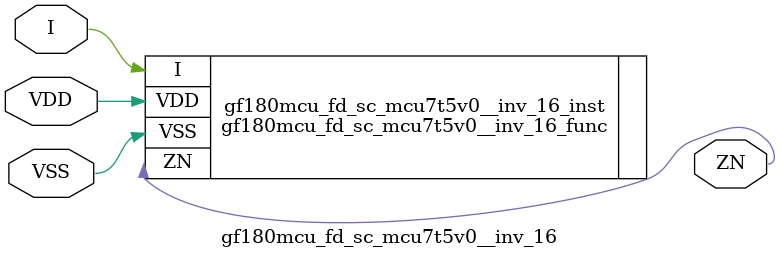
<source format=v>

module gf180mcu_fd_sc_mcu7t5v0__inv_16( I, ZN, VDD, VSS );
input I;
inout VDD, VSS;
output ZN;

   `ifdef FUNCTIONAL  //  functional //

	gf180mcu_fd_sc_mcu7t5v0__inv_16_func gf180mcu_fd_sc_mcu7t5v0__inv_16_behav_inst(.I(I),.ZN(ZN),.VDD(VDD),.VSS(VSS));

   `else

	gf180mcu_fd_sc_mcu7t5v0__inv_16_func gf180mcu_fd_sc_mcu7t5v0__inv_16_inst(.I(I),.ZN(ZN),.VDD(VDD),.VSS(VSS));

	// spec_gates_begin


	// spec_gates_end



   specify

	// specify_block_begin

	// comb arc I --> ZN
	 (I => ZN) = (1.0,1.0);

	// specify_block_end

   endspecify

   `endif

endmodule

</source>
